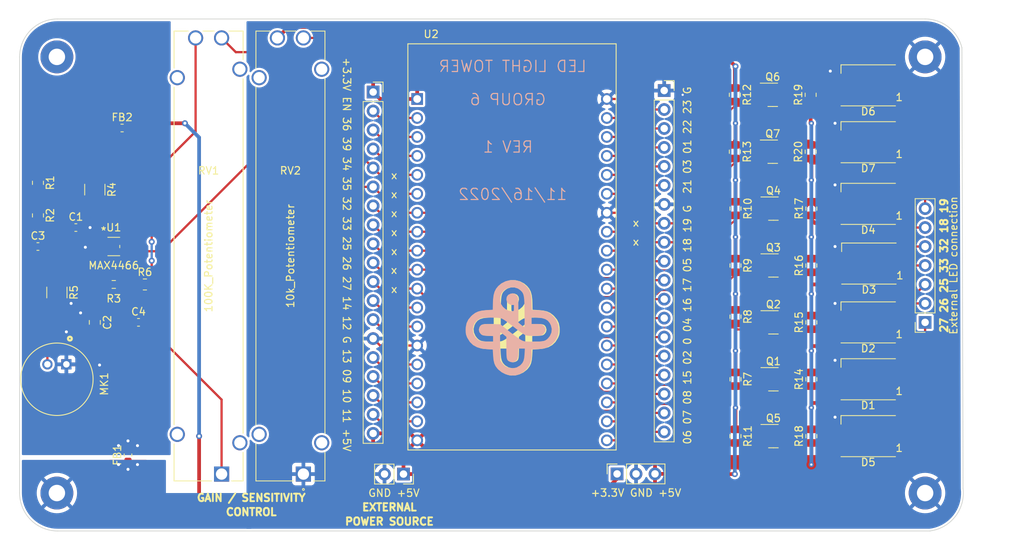
<source format=kicad_pcb>
(kicad_pcb (version 20211014) (generator pcbnew)
  (title_block (title "LED Dance Tower PCB") (date "2022-11-16") (rev "7") (company "Group 6") (comment 1 "Completed"))
  (layers (0 "F.Cu" signal) (31 "B.Cu" signal) (34 "B.Paste" user) (35 "F.Paste" user) (36 "B.SilkS" user "B.Silkscreen") (37 "F.SilkS" user "F.Silkscreen") (38 "B.Mask" user) (39 "F.Mask" user) (44 "Edge.Cuts" user))
  (net 0 "")
  (net 1 "+5V")
  (net 2 "GND")
  (net 3 "+3.3V")
  (net 4 "GNDA")
  (net 5 "Net-(J5-Pad2)")
  (net 6 "Net-(C1-Pad1)")
  (net 7 "Net-(Q1-Pad3)")
  (net 8 "Net-(J5-Pad3)")
  (net 9 "Net-(C2-Pad2)")
  (net 10 "Net-(Q2-Pad3)")
  (net 11 "Net-(J5-Pad4)")
  (net 12 "Net-(C3-Pad1)")
  (net 13 "Net-(C3-Pad2)")
  (net 14 "Net-(C4-Pad1)")
  (net 15 "Net-(C4-Pad2)")
  (net 16 "Net-(Q3-Pad3)")
  (net 17 "Net-(J5-Pad5)")
  (net 18 "+3.3VA")
  (net 19 "Net-(J3-Pad2)")
  (net 20 "Net-(J3-Pad3)")
  (net 21 "Net-(J3-Pad4)")
  (net 22 "Net-(Q4-Pad3)")
  (net 23 "Net-(J3-Pad7)")
  (net 24 "Net-(J3-Pad8)")
  (net 25 "Net-(J4-Pad2)")
  (net 26 "Net-(J4-Pad3)")
  (net 27 "Net-(J4-Pad4)")
  (net 28 "Net-(J4-Pad5)")
  (net 29 "Net-(J4-Pad6)")
  (net 30 "Net-(J5-Pad1)")
  (net 31 "Net-(Q5-Pad3)")
  (net 32 "Net-(J5-Pad7)")
  (net 33 "Net-(J3-Pad5)")
  (net 34 "Net-(Q6-Pad3)")
  (net 35 "Net-(J5-Pad6)")
  (net 36 "Net-(Q7-Pad3)")
  (net 37 "Net-(J3-Pad9)")
  (net 38 "Net-(J3-Pad10)")
  (net 39 "Net-(J3-Pad11)")
  (net 40 "Net-(J3-Pad12)")
  (net 41 "Net-(J3-Pad13)")
  (net 42 "Net-(J3-Pad15)")
  (net 43 "Net-(J3-Pad16)")
  (net 44 "Net-(J3-Pad17)")
  (net 45 "Net-(J3-Pad18)")
  (net 46 "Net-(J4-Pad8)")
  (net 47 "Net-(J4-Pad9)")
  (net 48 "Net-(J4-Pad10)")
  (net 49 "Net-(J4-Pad11)")
  (net 50 "Net-(J4-Pad12)")
  (net 51 "Net-(J4-Pad13)")
  (net 52 "Net-(J4-Pad14)")
  (net 53 "Net-(J4-Pad15)")
  (net 54 "Net-(J4-Pad16)")
  (net 55 "Net-(J4-Pad17)")
  (net 56 "Net-(J4-Pad18)")
  (net 57 "Net-(J4-Pad19)")
  (net 58 "Net-(R6-Pad2)")
  (footprint "Package_TO_SOT_SMD:SOT-23" (layer "F.Cu") (at 137.16 64.135)
    (fp_text reference "Q2")
    (fp_text value "BSS138")
  )
  (footprint "LED_SMD:LED_WS2812B_PLCC4_5.0x5.0mm_P3.2mm" (layer "F.Cu") (at 149.86 40.005 180)
    (fp_text reference "D7")
    (fp_text value "WS2812B")
  )
  (footprint "Resistor_SMD:R_0805_2012Metric" (layer "F.Cu") (at 132.08 79.375 -90)
    (fp_text reference "R11")
    (fp_text value "10K")
  )
  (footprint "Connector_PinSocket_2.54mm:PinSocket_1x19_P2.54mm_Vertical" (layer "F.Cu") (at 122.532 33.085)
    (fp_text reference "06 07 08 15 02 0 04 16 17 05 18 19 G  21 03 01 22 23 G")
    (fp_text value "Conn_01x19_Female")
  )
  (footprint "Inductor_SMD:L_0603_1608Metric" (layer "F.Cu") (at 49.9225 38.1)
    (fp_text reference "FB2")
    (fp_text value "FerriteBead")
  )
  (footprint "LED_SMD:LED_WS2812B_PLCC4_5.0x5.0mm_P3.2mm" (layer "F.Cu") (at 149.86 71.755 180)
    (fp_text reference "D1")
    (fp_text value "WS2812B")
  )
  (footprint "Resistor_SMD:R_1210_3225Metric" (layer "F.Cu") (at 46.265 46.355 -90)
    (fp_text reference "R4")
    (fp_text value "1M")
  )
  (footprint "Package_TO_SOT_SMD:SOT-23" (layer "F.Cu") (at 137.07 41.275)
    (fp_text reference "Q7")
    (fp_text value "BSS138")
  )
  (footprint "Connector_PinSocket_2.54mm:PinSocket_1x02_P2.54mm_Vertical" (layer "F.Cu") (at 87.61 84.455 -90)
    (fp_text reference "GND +5V")
    (fp_text value "Conn_01x02_Female")
  )
  (footprint "Resistor_SMD:R_0805_2012Metric" (layer "F.Cu") (at 131.99 41.275 -90)
    (fp_text reference "R13")
    (fp_text value "10K")
  )
  (footprint "LED_SMD:LED_WS2812B_PLCC4_5.0x5.0mm_P3.2mm" (layer "F.Cu") (at 149.86 64.135 180)
    (fp_text reference "D2")
    (fp_text value "WS2812B")
  )
  (footprint "Resistor_SMD:R_0805_2012Metric" (layer "F.Cu") (at 132.08 71.755 -90)
    (fp_text reference "R7")
    (fp_text value "10K")
  )
  (footprint "Package_TO_SOT_SMD:SOT-23" (layer "F.Cu") (at 137.16 56.515)
    (fp_text reference "Q3")
    (fp_text value "BSS138")
  )
  (footprint "Resistor_SMD:R_0805_2012Metric" (layer "F.Cu") (at 142.24 56.515 90)
    (fp_text reference "R16")
    (fp_text value "10K")
  )
  (footprint "Connector_PinSocket_2.54mm:PinSocket_1x07_P2.54mm_Vertical" (layer "F.Cu") (at 157.48 64.135 180)
    (fp_text reference "External LED connection")
    (fp_text value "Conn_01x07_Female")
  )
  (footprint "Inductor_SMD:L_0603_1608Metric" (layer "F.Cu") (at 50.71 81.915 90)
    (fp_text reference "FB1")
    (fp_text value "FerriteBead")
  )
  (footprint "LED_SMD:LED_WS2812B_PLCC4_5.0x5.0mm_P3.2mm" (layer "F.Cu") (at 149.86 79.375 180)
    (fp_text reference "D5")
    (fp_text value "WS2812B")
  )
  (footprint "Resistor_SMD:R_0805_2012Metric" (layer "F.Cu") (at 142.15 33.655 90)
    (fp_text reference "R19")
    (fp_text value "10K")
  )
  (footprint "Downloads:MAX4466EXK&plus_T" (layer "F.Cu") (at 48.805 53.975)
    (fp_text reference "U1")
    (fp_text value "MAX4466")
  )
  (footprint "Resistor_SMD:R_0805_2012Metric" (layer "F.Cu") (at 132.08 48.895 -90)
    (fp_text reference "R10")
    (fp_text value "10K")
  )
  (footprint "Downloads:MIC_CMA-4544PF-W" (layer "F.Cu") (at 41.185 71.755 90)
    (fp_text reference "MK1")
    (fp_text value "Microphone_Condenser")
  )
  (footprint "Resistor_SMD:R_0805_2012Metric" (layer "F.Cu") (at 38.645 45.4425 -90)
    (fp_text reference "R1")
    (fp_text value "1K")
  )
  (footprint "LED_SMD:LED_WS2812B_PLCC4_5.0x5.0mm_P3.2mm" (layer "F.Cu") (at 149.95 56.26 180)
    (fp_text reference "D3")
    (fp_text value "WS2812B")
  )
  (footprint "Resistor_SMD:R_0805_2012Metric" (layer "F.Cu") (at 142.24 79.375 90)
    (fp_text reference "R18")
    (fp_text value "10K")
  )
  (footprint "Resistor_SMD:R_0805_2012Metric" (layer "F.Cu") (at 142.24 71.755 90)
    (fp_text reference "R14")
    (fp_text value "10K")
  )
  (footprint "Resistor_SMD:R_0805_2012Metric" (layer "F.Cu") (at 132.08 63.3725 -90)
    (fp_text reference "R8")
    (fp_text value "10K")
  )
  (footprint "Resistor_SMD:R_0805_2012Metric" (layer "F.Cu") (at 142.24 64.135 90)
    (fp_text reference "R15")
    (fp_text value "10K")
  )
  (footprint "Package_TO_SOT_SMD:SOT-23" (layer "F.Cu") (at 137.16 48.895)
    (fp_text reference "Q4")
    (fp_text value "BSS138")
  )
  (footprint "Capacitor_SMD:C_0805_2012Metric" (layer "F.Cu") (at 46.265 64.135 -90)
    (fp_text reference "C2")
    (fp_text value "10uF")
  )
  (footprint "Downloads:PTA4543-2015DPA103" (layer "F.Cu") (at 63.2449 84.455 180)
    (fp_text reference "RV1")
    (fp_text value "100K_Potentiometer")
  )
  (footprint "LOGO" (layer "F.Cu") (at 102.235 64.77)
    (fp_text reference "G***" hide)
    (fp_text value "LOGO" hide)
  )
  (footprint "LED_SMD:LED_WS2812B_PLCC4_5.0x5.0mm_P3.2mm" (layer "F.Cu") (at 149.86 32.385 180)
    (fp_text reference "D6")
    (fp_text value "WS2812B")
  )
  (footprint "MountingHole:MountingHole_2.2mm_M2_Pad" (layer "F.Cu") (at 157.48 28.575)
    (fp_text reference "H4" hide)
    (fp_text value "MountingHole_Pad")
  )
  (footprint "Connector_PinSocket_2.54mm:PinSocket_1x19_P2.54mm_Vertical" (layer "F.Cu") (at 83.545 33.285)
    (fp_text reference "+3.3V EN 36 39 34 35 32 33 25 26 27 14 12 G 13 09 10 11 +5V")
    (fp_text value "Conn_01x19_Female")
  )
  (footprint "Package_TO_SOT_SMD:SOT-23" (layer "F.Cu") (at 137.07 33.655)
    (fp_text reference "Q6")
    (fp_text value "BSS138")
  )
  (footprint "Package_TO_SOT_SMD:SOT-23" (layer "F.Cu") (at 137.16 71.755)
    (fp_text reference "Q1")
    (fp_text value "BSS138")
  )
  (footprint "Capacitor_SMD:C_0603_1608Metric" (layer "F.Cu") (at 52.12 64.135)
    (fp_text reference "C4")
    (fp_text value "100pF")
  )
  (footprint "Capacitor_SMD:C_0603_1608Metric" (layer "F.Cu") (at 43.725 51.435)
    (fp_text reference "C1")
    (fp_text value "0.1uF")
  )
  (footprint "MountingHole:MountingHole_2.2mm_M2_Pad" (layer "F.Cu") (at 41.185 86.995)
    (fp_text reference "H2" hide)
    (fp_text value "MountingHole_Pad")
  )
  (footprint "Resistor_SMD:R_0805_2012Metric" (layer "F.Cu") (at 132.08 56.515 -90)
    (fp_text reference "R9")
    (fp_text value "10K")
  )
  (footprint "MountingHole:MountingHole_2.2mm_M2_Pad" (layer "F.Cu") (at 41.185 28.575)
    (fp_text reference "H1" hide)
    (fp_text value "MountingHole_Pad")
  )
  (footprint "Resistor_SMD:R_0805_2012Metric" (layer "F.Cu") (at 142.15 41.275 90)
    (fp_text reference "R20")
    (fp_text value "10K")
  )
  (footprint "Resistor_SMD:R_0805_2012Metric" (layer "F.Cu") (at 52.9725 59.055)
    (fp_text reference "R6")
    (fp_text value "100K")
  )
  (footprint "Downloads:PTA4543-2015DPA103" (layer "F.Cu") (at 74.205 84.455 180)
    (fp_text reference "RV2")
    (fp_text value "10k_Potentiometer")
  )
  (footprint "Package_TO_SOT_SMD:SOT-23" (layer "F.Cu") (at 137.16 79.375)
    (fp_text reference "Q5")
    (fp_text value "BSS138")
  )
  (footprint "Connector_PinSocket_2.54mm:PinSocket_1x03_P2.54mm_Vertical" (layer "F.Cu") (at 116.22 84.43 90)
    (fp_text reference "+3.3V GND +5V")
    (fp_text value "Conn_01x03_Female")
  )
  (footprint "Capacitor_SMD:C_0603_1608Metric" (layer "F.Cu") (at 38.645 53.975)
    (fp_text reference "C3")
    (fp_text value "0.01uF")
  )
  (footprint "MountingHole:MountingHole_2.2mm_M2_Pad" (layer "F.Cu") (at 157.48 86.995)
    (fp_text reference "H3" hide)
    (fp_text value "MountingHole_Pad")
  )
  (footprint "Resistor_SMD:R_0805_2012Metric" (layer "F.Cu") (at 131.99 33.655 -90)
    (fp_text reference "R12")
    (fp_text value "10K")
  )
  (footprint "Resistor_SMD:R_0603_1608Metric" (layer "F.Cu") (at 48.805 59.055)
    (fp_text reference "R3")
    (fp_text value "22K")
  )
  (footprint "LED_SMD:LED_WS2812B_PLCC4_5.0x5.0mm_P3.2mm" (layer "F.Cu") (at 149.86 48.26 180)
    (fp_text reference "D4")
    (fp_text value "WS2812B")
  )
  (footprint "Downloads:MODULE_ESP32-DEVKITC-32D" (layer "F.Cu") (at 102.145 53.975)
    (fp_text reference "U2")
    (fp_text value "ESP32-DEVKITC-32D")
  )
  (footprint "Resistor_SMD:R_0805_2012Metric" (layer "F.Cu") (at 38.645 49.8075 -90)
    (fp_text reference "R2")
    (fp_text value "1K")
  )
  (footprint "Resistor_SMD:R_1210_3225Metric" (layer "F.Cu") (at 41.185 60.1325 -90)
    (fp_text reference "R5")
    (fp_text value "1M")
  )
  (footprint "Resistor_SMD:R_0805_2012Metric" (layer "F.Cu") (at 142.24 48.895 90)
    (fp_text reference "R17")
    (fp_text value "10K")
  )
  (footprint "LOGO" (layer "B.Cu") (at 102.235 64.77 180)
    (fp_text reference "G***" hide)
    (fp_text value "LOGO" hide)
  )
  (gr_arc (start 157.48 23.495) (mid 160.606294 24.570916) (end 162.408324 27.342919) (layer "Edge.Cuts") (width 0.1))
  (gr_line (start 41.275 92.075) (end 158.115 92.074999) (layer "Edge.Cuts") (width 0.1))
  (gr_arc (start 162.559999 86.36) (mid 161.521115 90.138089) (end 158.115 92.074999) (layer "Edge.Cuts") (width 0.1))
  (gr_arc (start 41.275 92.075) (mid 37.682898 90.587102) (end 36.195 86.995) (layer "Edge.Cuts") (width 0.1))
  (gr_line (start 162.559999 86.36) (end 162.408324 27.342919) (layer "Edge.Cuts") (width 0.1))
  (gr_arc (start 36.195 28.575) (mid 37.682898 24.982898) (end 41.275 23.495) (layer "Edge.Cuts") (width 0.1))
  (gr_line (start 157.48 23.495) (end 41.275 23.495) (layer "Edge.Cuts") (width 0.1))
  (gr_line (start 36.195 28.575) (end 36.195 86.995) (layer "Edge.Cuts") (width 0.1))
  (gr_text "REV 1" (at 101.6 40.64) (layer "B.SilkS") (effects (font (size 1.5 1.5)) (justify mirror)))
  (gr_text "11/16/2022" (at 102.235 46.99) (layer "B.SilkS") (effects (font (size 1.5 1.5)) (justify mirror)))
  (gr_text "LED LIGHT TOWER" (at 102.235 29.845) (layer "B.SilkS") (effects (font (size 1.5 1.5)) (justify mirror)))
  (gr_text "GROUP 6" (at 101.6 34.29) (layer "B.SilkS") (effects (font (size 1.5 1.5)) (justify mirror)))
  (gr_text "x" (at 86.36 44.45) (layer "F.SilkS") (effects (font (size 1 1))))
  (gr_text "EXTERNAL" (at 85.725 88.9) (layer "F.SilkS") (effects (font (size 1 1) (thickness 0.25))))
  (gr_text "x" (at 86.36 54.61) (layer "F.SilkS") (effects (font (size 1 1))))
  (gr_text "x" (at 86.36 52.07) (layer "F.SilkS") (effects (font (size 1 1))))
  (gr_text "x" (at 86.36 49.53) (layer "F.SilkS") (effects (font (size 1 1))))
  (gr_text "CONTROL" (at 67.22 89.535) (layer "F.SilkS") (effects (font (size 1 1) (thickness 0.25))))
  (gr_text "27 26 25 33 32 18 19" (at 160.02 56.515 90) (layer "F.SilkS") (effects (font (size 1 1) (thickness 0.25))))
  (gr_text "x" (at 118.745 50.8) (layer "F.SilkS") (effects (font (size 1 1))))
  (gr_text "x" (at 118.745 53.34) (layer "F.SilkS") (effects (font (size 1 1))))
  (gr_text "x" (at 86.36 46.99) (layer "F.SilkS") (effects (font (size 1 1))))
  (gr_text "x" (at 86.36 59.69) (layer "F.SilkS") (effects (font (size 1 1))))
  (gr_text "x" (at 86.343174 57.131705) (layer "F.SilkS") (effects (font (size 1 1))))
  (gr_text "POWER SOURCE" (at 85.725 90.805) (layer "F.SilkS") (effects (font (size 1 1) (thickness 0.25))))
  (gr_text "GAIN / SENSITIVITY" (at 67.22 87.63) (layer "F.SilkS") (effects (font (size 1 1) (thickness 0.25))))
  (segment (start 150.785 82.55) (end 142.24 82.55) (width 0.5) (layer "F.Cu") (net 1))
  (segment (start 142.24 52.705) (end 142.24 50.3575) (width 0.5) (layer "F.Cu") (net 1))
  (segment (start 142.15 37.375) (end 142.24 37.465) (width 0.5) (layer "F.Cu") (net 1))
  (segment (start 142.24 82.55) (end 142.24 80.8375) (width 0.5) (layer "F.Cu") (net 1))
  (segment (start 151.41 50.81) (end 152.31 49.91) (width 0.5) (layer "F.Cu") (net 1))
  (segment (start 142.15 42.7375) (end 151.2275 42.7375) (width 0.5) (layer "F.Cu") (net 1))
  (segment (start 151.2275 42.7375) (end 152.31 41.655) (width 0.5) (layer "F.Cu") (net 1))
  (segment (start 142.24 57.9775) (end 142.24 59.055) (width 0.5) (layer "F.Cu") (net 1))
  (segment (start 142.24 67.945) (end 142.24 67.31) (width 0.5) (layer "F.Cu") (net 1))
  (segment (start 152.4 57.91) (end 151.255 59.055) (width 0.5) (layer "F.Cu") (net 1))
  (segment (start 152.31 73.405) (end 150.785 74.93) (width 0.5) (layer "F.Cu") (net 1))
  (segment (start 150.785 74.93) (end 142.24 74.93) (width 0.5) (layer "F.Cu") (net 1))
  (segment (start 151.255 59.055) (end 142.24 59.055) (width 0.5) (layer "F.Cu") (net 1))
  (segment (start 152.31 65.785) (end 150.785 67.31) (width 0.5) (layer "F.Cu") (net 1))
  (segment (start 142.24 83.185) (end 142.24 82.55) (width 0.5) (layer "F.Cu") (net 1))
  (segment (start 152.31 81.025) (end 150.785 82.55) (width 0.5) (layer "F.Cu") (net 1))
  (segment (start 142.24 74.93) (end 142.24 73.2175) (width 0.5) (layer "F.Cu") (net 1))
  (segment (start 142.6925 50.81) (end 151.41 50.81) (width 0.5) (layer "F.Cu") (net 1))
  (segment (start 142.24 45.085) (end 142.24 42.8275) (width 0.5) (layer "F.Cu") (net 1))
  (segment (start 151.2275 35.1175) (end 152.31 34.035) (width 0.5) (layer "F.Cu") (net 1))
  (segment (start 142.24 67.31) (end 142.24 65.5975) (width 0.5) (layer "F.Cu") (net 1))
  (segment (start 142.24 59.055) (end 142.24 60.325) (width 0.5) (layer "F.Cu") (net 1))
  (segment (start 142.24 50.3575) (end 142.6925 50.81) (width 0.5) (layer "F.Cu") (net 1))
  (segment (start 142.24 75.565) (end 142.24 74.93) (width 0.5) (layer "F.Cu") (net 1))
  (segment (start 142.15 35.1175) (end 142.15 37.375) (width 0.5) (layer "F.Cu") (net 1))
  (segment (start 150.785 67.31) (end 142.24 67.31) (width 0.5) (layer "F.Cu") (net 1))
  (segment (start 142.15 35.1175) (end 151.2275 35.1175) (width 0.5) (layer "F.Cu") (net 1))
  (via (at 142.24 75.565) (size 0.7) (drill 0.3) (layers "F.Cu" "B.Cu") (net 1))
  (via (at 142.24 83.185) (size 0.7) (drill 0.3) (layers "F.Cu" "B.Cu") (net 1))
  (via (at 142.24 52.705) (size 0.7) (drill 0.3) (layers "F.Cu" "B.Cu") (net 1))
  (via (at 142.24 60.325) (size 0.7) (drill 0.3) (layers "F.Cu" "B.Cu") (net 1))
  (via (at 142.24 45.085) (size 0.7) (drill 0.3) (layers "F.Cu" "B.Cu") (net 1))
  (via (at 142.24 67.945) (size 0.7) (drill 0.3) (layers "F.Cu" "B.Cu") (net 1))
  (via (at 142.24 37.465) (size 0.7) (drill 0.3) (layers "F.Cu" "B.Cu") (net 1))
  (segment (start 142.24 60.325) (end 142.24 52.705) (width 0.5) (layer "B.Cu") (net 1))
  (segment (start 142.24 75.565) (end 142.24 83.185) (width 0.5) (layer "B.Cu") (net 1))
  (segment (start 142.24 60.325) (end 142.24 67.945) (width 0.5) (layer "B.Cu") (net 1))
  (segment (start 142.24 37.465) (end 142.24 45.085) (width 0.5) (layer "B.Cu") (net 1))
  (segment (start 142.24 45.085) (end 142.24 52.705) (width 0.5) (layer "B.Cu") (net 1))
  (segment (start 142.24 67.945) (end 142.24 75.565) (width 0.5) (layer "B.Cu") (net 1))
  (segment (start 114.845 49.455) (end 116.825 49.455) (width 0.3) (layer "F.Cu") (net 2))
  (segment (start 84.475 67.235) (end 83.545 66.305) (width 0.3) (layer "F.Cu") (net 2))
  (segment (start 146.305 46.61) (end 145.415 45.72) (width 0.3) (layer "F.Cu") (net 2))
  (segment (start 117.955 33.085) (end 122.532 33.085) (width 0.3) (layer "F.Cu") (net 2))
  (segment (start 147.41 77.725) (end 146.305 77.725) (width 0.3) (layer "F.Cu") (net 2))
  (segment (start 116.825 49.455) (end 117.955 48.325) (width 0.3) (layer "F.Cu") (net 2))
  (segment (start 146.305 70.105) (end 145.415 69.215) (width 0.3) (layer "F.Cu") (net 2))
  (segment (start 116.825 34.215) (end 117.955 33.085) (width 0.3) (layer "F.Cu") (net 2))
  (segment (start 146.305 62.485) (end 145.415 61.595) (width 0.3) (layer "F.Cu") (net 2))
  (segment (start 124.435 33.085) (end 125.005 33.655) (width 0.3) (layer "F.Cu") (net 2))
  (segment (start 147.41 46.61) (end 146.305 46.61) (width 0.3) (layer "F.Cu") (net 2))
  (segment (start 146.305 77.725) (end 145.415 76.835) (width 0.3) (layer "F.Cu") (net 2))
  (segment (start 146.05 54.61) (end 145.415 53.975) (width 0.3) (layer "F.Cu") (net 2))
  (segment (start 147.41 38.355) (end 146.305 38.355) (width 0.3) (layer "F.Cu") (net 2))
  (segment (start 147.41 62.485) (end 146.305 62.485) (width 0.3) (layer "F.Cu") (net 2))
  (segment (start 114.845 34.215) (end 116.825 34.215) (width 0.3) (layer "F.Cu") (net 2))
  (segment (start 122.532 33.085) (end 124.435 33.085) (width 0.3) (layer "F.Cu") (net 2))
  (segment (start 146.305 38.355) (end 145.415 37.465) (width 0.3) (layer "F.Cu") (net 2))
  (segment (start 147.5 54.61) (end 146.05 54.61) (width 0.3) (layer "F.Cu") (net 2))
  (segment (start 147.41 70.105) (end 146.305 70.105) (width 0.3) (layer "F.Cu") (net 2))
  (segment (start 89.445 67.235) (end 84.475 67.235) (width 0.3) (layer "F.Cu") (net 2))
  (segment (start 117.955 48.325) (end 122.532 48.325) (width 0.3) (layer "F.Cu") (net 2))
  (segment (start 147.41 30.735) (end 145.035 30.735) (width 0.3) (layer "F.Cu") (net 2))
  (segment (start 145.035 30.735) (end 144.78 30.48) (width 0.3) (layer "F.Cu") (net 2))
  (via (at 145.415 76.835) (size 0.8) (drill 0.4) (layers "F.Cu" "B.Cu") (net 2))
  (via (at 145.415 53.975) (size 0.8) (drill 0.4) (layers "F.Cu" "B.Cu") (net 2))
  (via (at 125.005 33.655) (size 0.7) (drill 0.3) (layers "F.Cu" "B.Cu") (net 2))
  (via (at 145.415 61.595) (size 0.8) (drill 0.4) (layers "F.Cu" "B.Cu") (net 2))
  (via (at 145.415 69.215) (size 0.8) (drill 0.4) (layers "F.Cu" "B.Cu") (net 2))
  (via (at 145.415 45.72) (size 0.8) (drill 0.4) (layers "F.Cu" "B.Cu") (net 2))
  (via (at 50.71 83.82) (size 0.8) (drill 0.4) (layers "F.Cu" "B.Cu") (net 2))
  (via (at 51.98 83.185) (size 0.8) (drill 0.4) (layers "F.Cu" "B.Cu") (net 2))
  (via (at 144.78 30.48) (size 0.8) (drill 0.4) (layers "F.Cu" "B.Cu") (net 2))
  (via (at 145.415 37.465) (size 0.8) (drill 0.4) (layers "F.Cu" "B.Cu") (net 2))
  (via (at 49.44 83.185) (size 0.8) (drill 0.4) (layers "F.Cu" "B.Cu") (net 2))
  (segment (start 131.99 29.935) (end 132.08 29.845) (width 0.5) (layer "F.Cu") (net 3))
  (segment (start 93.255 26.035) (end 128.27 26.035) (width 0.5) (layer "F.Cu") (net 3))
  (segment (start 132.08 39.7225) (end 131.99 39.8125) (width 0.5) (layer "F.Cu") (net 3))
  (segment (start 51.345 37.465) (end 50.71 38.1) (width 0.5) (layer "F.Cu") (net 3))
  (segment (start 132.08 75.565) (end 132.08 77.9125) (width 0.5) (layer "F.Cu") (net 3))
  (segment (start 132.5925 78.425) (end 132.08 77.9125) (width 0.3) (layer "F.Cu") (net 3))
  (segment (start 132.08 67.945) (end 132.08 70.2925) (width 0.5) (layer "F.Cu") (net 3))
  (segment (start 72.1912 24.569) (end 70.7252 26.035) (width 0.5) (layer "F.Cu") (net 3))
  (segment (start 61.085 88.05) (end 113.245 88.05) (width 0.5) (layer "F.Cu") (net 3))
  (segment (start 84.475 34.215) (end 83.545 33.285) (width 0.5) (layer "F.Cu") (net 3))
  (segment (start 136.2225 78.425) (end 132.5925 78.425) (width 0.3) (layer "F.Cu") (net 3))
  (segment (start 116.22 85.075) (end 116.22 84.43) (width 0.5) (layer "F.Cu") (net 3))
  (segment (start 132.5025 32.705) (end 131.99 32.1925) (width 0.3) (layer "F.Cu") (net 3))
  (segment (start 83.545 33.285) (end 83.545 28.811472) (width 0.5) (layer "F.Cu") (net 3))
  (segment (start 131.99 32.1925) (end 131.99 29.935) (width 0.5) (layer "F.Cu") (net 3))
  (segment (start 60.235 79.375) (end 60.235 87.63) (width 0.5) (layer "F.Cu") (net 3))
  (segment (start 132.08 60.325) (end 132.08 61.91) (width 0.5) (layer "F.Cu") (net 3))
  (segment (start 136.1325 32.705) (end 132.5025 32.705) (width 0.3) (layer "F.Cu") (net 3))
  (segment (start 132.5925 70.805) (end 132.08 70.2925) (width 0.3) (layer "F.Cu") (net 3))
  (segment (start 132.5925 55.565) (end 132.08 55.0525) (width 0.3) (layer "F.Cu") (net 3))
  (segment (start 136.1325 40.325) (end 132.5025 40.325) (width 0.3) (layer "F.Cu") (net 3))
  (segment (start 132.08 45.085) (end 132.08 47.4325) (width 0.5) (layer "F.Cu") (net 3))
  (segment (start 89.445 34.215) (end 84.475 34.215) (width 0.5) (layer "F.Cu") (net 3))
  (segment (start 132.5925 47.945) (end 132.08 47.4325) (width 0.3) (layer "F.Cu") (net 3))
  (segment (start 60.87 88.265) (end 61.085 88.05) (width 0.5) (layer "F.Cu") (net 3))
  (segment (start 133.355 63.185) (end 132.08 61.91) (width 0.3) (layer "F.Cu") (net 3))
  (segment (start 89.445 34.215) (end 89.445 29.845) (width 0.5) (layer "F.Cu") (net 3))
  (segment (start 83.545 28.811472) (end 79.302528 24.569) (width 0.5) (layer "F.Cu") (net 3))
  (segment (start 58.33 37.465) (end 51.345 37.465) (width 0.5) (layer "F.Cu") (net 3))
  (segment (start 123.735 88.265) (end 113.46 88.265) (width 0.5) (layer "F.Cu") (net 3))
  (segment (start 89.445 29.845) (end 93.255 26.035) (width 0.5) (layer "F.Cu") (net 3))
  (segment (start 60.235 87.63) (end 60.87 88.265) (width 0.5) (layer "F.Cu") (net 3))
  (segment (start 132.5025 40.325) (end 131.99 39.8125) (width 0.3) (layer "F.Cu") (net 3))
  (segment (start 127.545 84.455) (end 123.735 88.265) (width 0.5) (layer "F.Cu") (net 3))
  (segment (start 136.2225 63.185) (end 133.355 63.185) (width 0.3) (layer "F.Cu") (net 3))
  (segment (start 136.2225 55.565) (end 132.5925 55.565) (width 0.3) (layer "F.Cu") (net 3))
  (segment (start 79.302528 24.569) (end 72.1912 24.569) (width 0.5) (layer "F.Cu") (net 3))
  (segment (start 136.2225 47.945) (end 132.5925 47.945) (width 0.3) (layer "F.Cu") (net 3))
  (segment (start 131.99 84.455) (end 127.545 84.455) (width 0.5) (layer "F.Cu") (net 3))
  (segment (start 132.08 37.465) (end 132.08 39.7225) (width 0.5) (layer "F.Cu") (net 3))
  (segment (start 128.27 26.035) (end 132.08 29.845) (width 0.5) (layer "F.Cu") (net 3))
  (segment (start 113.245 88.05) (end 116.22 85.075) (width 0.5) (layer "F.Cu") (net 3))
  (segment (start 113.46 88.265) (end 113.245 88.05) (width 0.5) (layer "F.Cu") (net 3))
  (segment (start 136.2225 70.805) (end 132.5925 70.805) (width 0.3) (layer "F.Cu") (net 3))
  (segment (start 132.08 52.705) (end 132.08 55.0525) (width 0.5) (layer "F.Cu") (net 3))
  (via (at 132.08 75.565) (size 0.7) (drill 0.3) (layers "F.Cu" "B.Cu") (net 3))
  (via (at 132.08 37.465) (size 0.7) (drill 0.3) (layers "F.Cu" "B.Cu") (net 3))
  (via (at 132.08 45.085) (size 0.7) (drill 0.3) (layers "F.Cu" "B.Cu") (net 3))
  (via (at 132.08 52.705) (size 0.7) (drill 0.3) (layers "F.Cu" "B.Cu") (net 3))
  (via (at 132.08 29.845) (size 0.8) (drill 0.4) (layers "F.Cu" "B.Cu") (net 3))
  (via (at 58.33 37.465) (size 0.8) (drill 0.4) (layers "F.Cu" "B.Cu") (net 3))
  (via (at 131.99 84.455) (size 0.8) (drill 0.4) (layers "F.Cu" "B.Cu") (net 3))
  (via (at 132.08 60.325) (size 0.7) (drill 0.3) (layers "F.Cu" "B.Cu") (net 3))
  (via (at 60.235 79.375) (size 0.8) (drill 0.4) (layers "F.Cu" "B.Cu") (net 3))
  (via (at 132.08 67.945) (size 0.7) (drill 0.3) (layers "F.Cu" "B.Cu") (net 3))
  (segment (start 132.08 67.945) (end 132.08 60.325) (width 0.5) (layer "B.Cu") (net 3))
  (segment (start 131.99 84.455) (end 131.99 75.655) (width 0.5) (layer "B.Cu") (net 3))
  (segment (start 132.08 60.325) (end 132.08 52.705) (width 0.5) (layer "B.Cu") (net 3))
  (segment (start 60.235 39.37) (end 58.33 37.465) (width 0.5) (layer "B.Cu") (net 3))
  (segment (start 132.08 29.845) (end 132.08 37.465) (width 0.5) (layer "B.Cu") (net 3))
  (segment (start 60.235 79.375) (end 60.235 39.37) (width 0.5) (layer "B.Cu") (net 3))
  (segment (start 131.99 75.655) (end 132.08 75.565) (width 0.5) (layer "B.Cu") (net 3))
  (segment (start 132.08 75.565) (end 132.08 67.945) (width 0.5) (layer "B.Cu") (net 3))
  (segment (start 132.08 45.085) (end 132.08 37.465) (width 0.5) (layer "B.Cu") (net 3))
  (segment (start 132.08 52.705) (end 132.08 45.085) (width 0.5) (layer "B.Cu") (net 3))
  (segment (start 45.945 62.865) (end 44.36 62.865) (width 0.3) (layer "F.Cu") (net 4))
  (segment (start 47.69375 53.975) (end 44.995 53.975) (width 0.3) (layer "F.Cu") (net 4))
  (segment (start 46.805 69.755) (end 46.9 69.85) (width 0.5) (layer "F.Cu") (net 4))
  (segment (start 42.455 69.755) (end 46.805 69.755) (width 0.5) (layer "F.Cu") (net 4))
  (segment (start 44.5 51.435) (end 45.63 51.435) (width 0.3) (layer "F.Cu") (net 4))
  (segment (start 44.995 53.975) (end 44.995 54.074501) (width 0.3) (layer "F.Cu") (net 4))
  (segment (start 46.265 63.185) (end 45.945 62.865) (width 0.3) (layer "F.Cu") (net 4))
  (segment (start 42.455 69.755) (end 42.455 65.405) (width 0.3) (layer "F.Cu") (net 4))
  (segment (start 41.185 61.595) (end 43.09 61.595) (width 0.3) (layer "F.Cu") (net 4))
  (via (at 51.98 80.645) (size 0.8) (drill 0.4) (layers "F.Cu" "B.Cu") (net 4))
  (via (at 50.71 80.01) (size 0.8) (drill 0.4) (layers "F.Cu" "B.Cu") (net 4))
  (via (at 44.995 54.074501) (size 0.8) (drill 0.4) (layers "F.Cu" "B.Cu") (net 4))
  (via (at 49.44 80.645) (size 0.8) (drill 0.4) (layers "F.Cu" "B.Cu") (net 4))
  (via (at 43.09 61.595) (size 0.8) (drill 0.4) (layers "F.Cu" "B.Cu") (net 4))
  (via (at 44.36 62.865) (size 0.8) (drill 0.4) (layers "F.Cu" "B.Cu") (net 4))
  (via (at 46.9 69.85) (size 0.8) (drill 0.4) (layers "F.Cu" "B.Cu") (net 4))
  (via (at 45.63 51.435) (size 0.8) (drill 0.4) (layers "F.Cu" "B.Cu") (net 4))
  (via (at 42.455 65.405) (size 0.8) (drill 0.4) (layers "F.Cu" "B.Cu") (net 4))
  (segment (start 154.94 68.58) (end 153.415 70.105) (width 0.3) (layer "F.Cu") (net 5))
  (segment (start 153.415 70.105) (end 152.31 70.105) (width 0.3) (layer "F.Cu") (net 5))
  (segment (start 154.94 61.595) (end 154.94 68.58) (width 0.3) (layer "F.Cu") (net 5))
  (segment (start 157.48 61.595) (end 154.94 61.595) (width 0.3) (layer "F.Cu") (net 5))
  (segment (start 40.41 48.895) (end 38.645 48.895) (width 0.3) (layer "F.Cu") (net 6))
  (segment (start 42.95 51.435) (end 40.41 48.895) (width 0.3) (layer "F.Cu") (net 6))
  (segment (start 38.645 46.355) (end 38.645 48.895) (width 0.5) (layer "F.Cu") (net 6))
  (segment (start 142.24 70.2925) (end 145.3525 73.405) (width 0.3) (layer "F.Cu") (net 7))
  (segment (start 140.7775 71.755) (end 142.24 70.2925) (width 0.3) (layer "F.Cu") (net 7))
  (segment (start 138.0975 71.755) (end 140.7775 71.755) (width 0.3) (layer "F.Cu") (net 7))
  (segment (start 145.3525 73.405) (end 147.41 73.405) (width 0.3) (layer "F.Cu") (net 7))
  (segment (start 156.21 60.325) (end 154.305 60.325) (width 0.3) (layer "F.Cu") (net 8))
  (segment (start 154.305 60.325) (end 152.31 62.32) (width 0.3) (layer "F.Cu") (net 8))
  (segment (start 152.31 62.32) (end 152.31 62.485) (width 0.3) (layer "F.Cu") (net 8))
  (segment (start 157.48 59.055) (end 156.21 60.325) (width 0.3) (layer "F.Cu") (net 8))
  (segment (start 48.295 59.055) (end 48.295 64.645) (width 0.3) (layer "F.Cu") (net 9))
  (segment (start 47.535 65.405) (end 46.585 65.405) (width 0.3) (layer "F.Cu") (net 9))
  (segment (start 48.295 64.645) (end 47.535 65.405) (width 0.3) (layer "F.Cu") (net 9))
  (segment (start 46.585 65.405) (end 46.265 65.085) (width 0.3) (layer "F.Cu") (net 9))
  (segment (start 140.7775 64.135) (end 142.24 62.6725) (width 0.3) (layer "F.Cu") (net 10))
  (segment (start 138.0975 64.135) (end 140.7775 64.135) (width 0.3) (layer "F.Cu") (net 10))
  (segment (start 142.24 62.6725) (end 145.3525 65.785) (width 0.3) (layer "F.Cu") (net 10))
  (segment (start 145.3525 65.785) (end 147.41 65.785) (width 0.3) (layer "F.Cu") (net 10))
  (segment (start 157.48 56.515) (end 155.575 56.515) (width 0.3) (layer "F.Cu") (net 11))
  (segment (start 153.67 54.61) (end 152.4 54.61) (width 0.3) (layer "F.Cu") (net 11))
  (segment (start 155.575 56.515) (end 153.67 54.61) (width 0.3) (layer "F.Cu") (net 11))
  (segment (start 38.01 64.77) (end 38.01 54.13) (width 0.3) (layer "F.Cu") (net 12))
  (segment (start 38.01 53.82) (end 38.165 53.975) (width 0.3) (layer "F.Cu") (net 12))
  (segment (start 39.915 69.755) (end 39.915 66.675) (width 0.3) (layer "F.Cu") (net 12))
  (segment (start 38.01 52.705) (end 38.01 53.82) (width 0.3) (layer "F.Cu") (net 12))
  (segment (start 39.915 66.675) (end 38.01 64.77) (width 0.3) (layer "F.Cu") (net 12))
  (segment (start 38.645 50.72) (end 38.645 52.07) (width 0.3) (layer "F.Cu") (net 12))
  (segment (start 38.01 54.13) (end 38.165 53.975) (width 0.3) (layer "F.Cu") (net 12))
  (segment (start 38.645 52.07) (end 38.01 52.705) (width 0.3) (layer "F.Cu") (net 12))
  (segment (start 47.535 49.0875) (end 47.535 53.34) (width 0.3) (layer "F.Cu") (net 13))
  (segment (start 47.69375 53.325001) (end 43.739999 53.325001) (width 0.3) (layer "F.Cu") (net 13))
  (segment (start 43.739999 53.325001) (end 41.1075 55.9575) (width 0.3) (layer "F.Cu") (net 13))
  (segment (start 39.125 53.975) (end 41.1075 55.9575) (width 0.3) (layer "F.Cu") (net 13))
  (segment (start 41.185 56.035) (end 41.185 58.67) (width 0.3) (layer "F.Cu") (net 13))
  (segment (start 46.265 47.8175) (end 47.535 49.0875) (width 0.3) (layer "F.Cu") (net 13))
  (segment (start 41.1075 55.9575) (end 41.185 56.035) (width 0.3) (layer "F.Cu") (net 13))
  (segment (start 49.315 59.055) (end 52.06 59.055) (width 0.3) (layer "F.Cu") (net 14))
  (segment (start 52.06 61.515) (end 50.71 62.865) (width 0.3) (layer "F.Cu") (net 14))
  (segment (start 49.315 57.025) (end 49.315 59.055) (width 0.3) (layer "F.Cu") (net 14))
  (segment (start 52.06 59.055) (end 52.06 61.515) (width 0.3) (layer "F.Cu") (net 14))
  (segment (start 50.71 62.865) (end 50.71 63.5) (width 0.3) (layer "F.Cu") (net 14))
  (segment (start 47.69375 55.40375) (end 49.315 57.025) (width 0.3) (layer "F.Cu") (net 14))
  (segment (start 50.71 63.5) (end 51.345 64.135) (width 0.3) (layer "F.Cu") (net 14))
  (segment (start 47.69375 54.624999) (end 47.69375 55.40375) (width 0.3) (layer "F.Cu") (net 14))
  (segment (start 83.545 45.985) (end 81.455 45.985) (width 0.3) (layer "F.Cu") (net 15))
  (segment (start 89.445 46.915) (end 84.475 46.915) (width 0.3) (layer "F.Cu") (net 15))
  (segment (start 52.895 64.135) (end 63.2449 74.4849) (width 0.3) (layer "F.Cu") (net 15))
  (segment (start 72.3 37.465) (end 72.3 36.83) (width 0.3) (layer "F.Cu") (net 15))
  (segment (start 71.03 27.94) (end 65.1499 27.94) (width 0.3) (layer "F.Cu") (net 15))
  (segment (start 63.2449 74.4849) (end 63.2449 84.455) (width 0.3) (layer "F.Cu") (net 15))
  (segment (start 55.155 54.61) (end 49.44 54.61) (width 0.3) (layer "F.Cu") (net 15))
  (segment (start 72.3 36.83) (end 72.3 29.21) (width 0.3) (layer "F.Cu") (net 15))
  (segment (start 65.1499 27.94) (end 63.2449 26.035) (width 0.3) (layer "F.Cu") (net 15))
  (segment (start 72.3 29.21) (end 71.03 27.94) (width 0.3) (layer "F.Cu") (net 15))
  (segment (start 81.455 45.985) (end 72.3 36.83) (width 0.3) (layer "F.Cu") (net 15))
  (segment (start 84.475 46.915) (end 83.545 45.985) (width 0.3) (layer "F.Cu") (net 15))
  (segment (start 52.895 64.135) (end 55.155 61.875) (width 0.3) (layer "F.Cu") (net 15))
  (segment (start 55.155 61.875) (end 55.155 54.61) (width 0.3) (layer "F.Cu") (net 15))
  (segment (start 55.155 54.61) (end 72.3 37.465) (width 0.3) (layer "F.Cu") (net 15))
  (segment (start 142.24 55.0525) (end 145.0975 57.91) (width 0.3) (layer "F.Cu") (net 16))
  (segment (start 140.7775 56.515) (end 142.24 55.0525) (width 0.3) (layer "F.Cu") (net 16))
  (segment (start 145.0975 57.91) (end 147.5 57.91) (width 0.3) (layer "F.Cu") (net 16))
  (segment (start 138.0975 56.515) (end 140.7775 56.515) (width 0.3) (layer "F.Cu") (net 16))
  (segment (start 154.94 53.975) (end 157.48 53.975) (width 0.3) (layer "F.Cu") (net 17))
  (segment (start 154.56 46.61) (end 152.31 46.61) (width 0.3) (layer "F.Cu") (net 17))
  (segment (start 154.94 46.99) (end 154.56 46.61) (width 0.3) (layer "F.Cu") (net 17))
  (segment (start 154.94 46.99) (end 154.94 53.975) (width 0.3) (layer "F.Cu") (net 17))
  (segment (start 46.265 44.8925) (end 43.5325 44.8925) (width 0.5) (layer "F.Cu") (net 18))
  (segment (start 49.91625 53.325001) (end 49.91625 46.19625) (width 0.5) (layer "F.Cu") (net 18))
  (segment (start 38.725 44.45) (end 38.645 44.53) (width 0.5) (layer "F.Cu") (net 18))
  (segment (start 49.135 42.0225) (end 47.43875 43.71875) (width 0.5) (layer "F.Cu") (net 18))
  (segment (start 43.5325 44.8925) (end 43.09 44.45) (width 0.5) (layer "F.Cu") (net 18))
  (segment (start 49.91625 46.19625) (end 47.43875 43.71875) (width 0.5) (layer "F.Cu") (net 18))
  (segment (start 47.43875 43.71875) (end 46.265 44.8925) (width 0.5) (layer "F.Cu") (net 18))
  (segment (start 49.135 38.1) (end 49.135 42.0225) (width 0.5) (layer "F.Cu") (net 18))
  (segment (start 43.09 44.45) (end 38.725 44.45) (width 0.5) (layer "F.Cu") (net 18))
  (segment (start 89.445 36.755) (end 84.475 36.755) (width 0.3) (layer "F.Cu") (net 19))
  (segment (start 84.475 36.755) (end 83.545 35.825) (width 0.3) (layer "F.Cu") (net 19))
  (segment (start 89.445 39.295) (end 84.475 39.295) (width 0.3) (layer "F.Cu") (net 20))
  (segment (start 84.475 39.295) (end 83.545 38.365) (width 0.3) (layer "F.Cu") (net 20))
  (segment (start 89.445 41.835) (end 84.475 41.835) (width 0.3) (layer "F.Cu") (net 21))
  (segment (start 84.475 41.835) (end 83.545 40.905) (width 0.3) (layer "F.Cu") (net 21))
  (segment (start 147.41 49.91) (end 144.1675 49.91) (width 0.3) (layer "F.Cu") (net 22))
  (segment (start 144.1675 49.91) (end 142.24 47.9825) (width 0.3) (layer "F.Cu") (net 22))
  (segment (start 141.3275 48.895) (end 142.24 47.9825) (width 0.3) (layer "F.Cu") (net 22))
  (segment (start 138.0975 48.895) (end 141.3275 48.895) (width 0.3) (layer "F.Cu") (net 22))
  (segment (start 136.2225 49.845) (end 132.5925 49.845) (width 0.3) (layer "F.Cu") (net 23))
  (segment (start 105.245 49.455) (end 113.995 58.205) (width 0.3) (layer "F.Cu") (net 23))
  (segment (start 89.445 49.455) (end 105.245 49.455) (width 0.3) (layer "F.Cu") (net 23))
  (segment (start 89.445 49.455) (end 84.475 49.455) (width 0.3) (layer "F.Cu") (net 23))
  (segment (start 132.5925 49.845) (end 132.08 50.3575) (width 0.3) (layer "F.Cu") (net 23))
  (segment (start 84.475 49.455) (end 83.545 48.525) (width 0.3) (layer "F.Cu") (net 23))
  (segment (start 125.2875 57.15) (end 132.08 50.3575) (width 0.25) (layer "F.Cu") (net 23))
  (segment (start 113.995 58.205) (end 116.965 58.205) (width 0.3) (layer "F.Cu") (net 23))
  (segment (start 118.02 57.15) (end 125.2875 57.15) (width 0.25) (layer "F.Cu") (net 23))
  (segment (start 116.965 58.205) (end 118.02 57.15) (width 0.3) (layer "F.Cu") (net 23))
  (segment (start 105.245 51.995) (end 113.995 60.745) (width 0.3) (layer "F.Cu") (net 24))
  (segment (start 132.5925 57.465) (end 132.08 57.9775) (width 0.3) (layer "F.Cu") (net 24))
  (segment (start 84.475 51.995) (end 83.545 51.065) (width 0.3) (layer "F.Cu") (net 24))
  (segment (start 89.445 51.995) (end 105.245 51.995) (width 0.3) (layer "F.Cu") (net 24))
  (segment (start 115.313062 60.745) (end 115.733062 60.325) (width 0.3) (layer "F.Cu") (net 24))
  (segment (start 129.95 59.825) (end 131.7975 57.9775) (width 0.25) (layer "F.Cu") (net 24))
  (segment (start 115.733062 60.325) (end 121.534943 60.325) (width 0.3) (layer "F.Cu") (net 24))
  (segment (start 136.2225 57.465) (end 132.5925 57.465) (width 0.3) (layer "F.Cu") (net 24))
  (segment (start 113.995 60.745) (end 115.313062 60.745) (width 0.3) (layer "F.Cu") (net 24))
  (segment (start 131.7975 57.9775) (end 132.08 57.9775) (width 0.25) (layer "F.Cu") (net 24))
  (segment (start 89.445 51.995) (end 84.475 51.995) (width 0.3) (layer "F.Cu") (net 24))
  (segment (start 121.534943 60.325) (end 122.034943 59.825) (width 0.3) (layer "F.Cu") (net 24))
  (segment (start 122.034943 59.825) (end 129.95 59.825) (width 0.25) (layer "F.Cu") (net 24))
  (segment (start 116.825 36.755) (end 117.955 35.625) (width 0.3) (layer "F.Cu") (net 25))
  (segment (start 114.845 36.755) (end 116.825 36.755) (width 0.3) (layer "F.Cu") (net 25))
  (segment (start 117.955 35.625) (end 122.532 35.625) (width 0.3) (layer "F.Cu") (net 25))
  (segment (start 117.955 38.165) (end 122.532 38.165) (width 0.3) (layer "F.Cu") (net 26))
  (segment (start 114.845 39.295) (end 116.825 39.295) (width 0.3) (layer "F.Cu") (net 26))
  (segment (start 116.825 39.295) (end 117.955 38.165) (width 0.3) (layer "F.Cu") (net 26))
  (segment (start 117.955 40.705) (end 122.532 40.705) (width 0.3) (layer "F.Cu") (net 27))
  (segment (start 114.845 41.835) (end 116.825 41.835) (width 0.3) (layer "F.Cu") (net 27))
  (segment (start 116.825 41.835) (end 117.955 40.705) (width 0.3) (layer "F.Cu") (net 27))
  (segment (start 114.845 44.375) (end 116.825 44.375) (width 0.3) (layer "F.Cu") (net 28))
  (segment (start 116.825 44.375) (end 117.955 43.245) (width 0.3) (layer "F.Cu") (net 28))
  (segment (start 117.955 43.245) (end 122.532 43.245) (width 0.3) (layer "F.Cu") (net 28))
  (segment (start 117.955 45.785) (end 122.532 45.785) (width 0.3) (layer "F.Cu") (net 29))
  (segment (start 114.845 46.915) (end 116.825 46.915) (width 0.3) (layer "F.Cu") (net 29))
  (segment (start 116.825 46.915) (end 117.955 45.785) (width 0.3) (layer "F.Cu") (net 29))
  (segment (start 157.48 74.295) (end 157.48 64.135) (width 0.3) (layer "F.Cu") (net 30))
  (segment (start 152.31 77.725) (end 154.05 77.725) (width 0.3) (layer "F.Cu") (net 30))
  (segment (start 154.05 77.725) (end 157.48 74.295) (width 0.3) (layer "F.Cu") (net 30))
  (segment (start 140.7775 79.375) (end 142.24 77.9125) (width 0.3) (layer "F.Cu") (net 31))
  (segment (start 138.0975 79.375) (end 140.7775 79.375) (width 0.3) (layer "F.Cu") (net 31))
  (segment (start 145.3525 81.025) (end 147.41 81.025) (width 0.3) (layer "F.Cu") (net 31))
  (segment (start 142.24 77.9125) (end 145.3525 81.025) (width 0.3) (layer "F.Cu") (net 31))
  (segment (start 156.21 32.385) (end 153.96 32.385) (width 0.3) (layer "F.Cu") (net 32))
  (segment (start 153.96 32.385) (end 152.31 30.735) (width 0.3) (layer "F.Cu") (net 32))
  (segment (start 157.48 33.655) (end 156.21 32.385) (width 0.3) (layer "F.Cu") (net 32))
  (segment (start 157.48 48.895) (end 157.48 33.655) (width 0.3) (layer "F.Cu") (net 32))
  (segment (start 84.475 44.375) (end 83.545 43.445) (width 0.3) (layer "F.Cu") (net 33))
  (segment (start 83.545 43.445) (end 79.92 39.82) (width 0.3) (layer "F.Cu") (net 33))
  (segment (start 79.92 26.035) (end 74.205 26.035) (width 0.3) (layer "F.Cu") (net 33))
  (segment (start 89.445 44.375) (end 84.475 44.375) (width 0.3) (layer "F.Cu") (net 33))
  (segment (start 79.92 39.82) (end 79.92 26.035) (width 0.3) (layer "F.Cu") (net 33))
  (segment (start 142.15 32.1925) (end 139.47 32.1925) (width 0.3) (layer "F.Cu") (net 34))
  (segment (start 143.9925 34.035) (end 147.41 34.035) (width 0.3) (layer "F.Cu") (net 34))
  (segment (start 142.15 32.1925) (end 143.9925 34.035) (width 0.3) (layer "F.Cu") (net 34))
  (segment (start 139.47 32.1925) (end 138.0075 33.655) (width 0.3) (layer "F.Cu") (net 34))
  (segment (start 154.27995 38.355) (end 152.31 38.355) (width 0.3) (layer "F.Cu") (net 35))
  (segment (start 156.21 40.28505) (end 154.27995 38.355) (width 0.3) (layer "F.Cu") (net 35))
  (segment (start 156.21 40.28505) (end 156.21 51.435) (width 0.3) (layer "F.Cu") (net 35))
  (segment (start 156.21 51.435) (end 157.48 51.435) (width 0.3) (layer "F.Cu") (net 35))
  (segment (start 143.9925 41.655) (end 147.41 41.655) (width 0.3) (layer "F.Cu") (net 36))
  (segment (start 139.47 39.8125) (end 138.0075 41.275) (width 0.3) (layer "F.Cu") (net 36))
  (segment (start 142.15 39.8125) (end 139.47 39.8125) (width 0.3) (layer "F.Cu") (net 36))
  (segment (start 142.15 39.8125) (end 143.9925 41.655) (width 0.3) (layer "F.Cu") (net 36))
  (segment (start 117.247894 66.105) (end 118.517894 64.835) (width 0.3) (layer "F.Cu") (net 37))
  (segment (start 132.33 65.085) (end 132.08 64.835) (width 0.3) (layer "F.Cu") (net 37))
  (segment (start 89.445 54.535) (end 98.895 54.535) (width 0.3) (layer "F.Cu") (net 37))
  (segment (start 89.445 54.535) (end 84.475 54.535) (width 0.3) (layer "F.Cu") (net 37))
  (segment (start 110.465 66.105) (end 117.247894 66.105) (width 0.3) (layer "F.Cu") (net 37))
  (segment (start 136.2225 65.085) (end 132.33 65.085) (width 0.3) (layer "F.Cu") (net 37))
  (segment (start 84.475 54.535) (end 83.545 53.605) (width 0.3) (layer "F.Cu") (net 37))
  (segment (start 98.895 54.535) (end 110.465 66.105) (width 0.3) (layer "F.Cu") (net 37))
  (segment (start 118.517894 64.835) (end 132.08 64.835) (width 0.25) (layer "F.Cu") (net 37))
  (segment (start 117.527893 73.445) (end 118.447893 72.525) (width 0.3) (layer "F.Cu") (net 38))
  (segment (start 132.5925 72.705) (end 132.08 73.2175) (width 0.3) (layer "F.Cu") (net 38))
  (segment (start 89.445 57.075) (end 84.475 57.075) (width 0.3) (layer "F.Cu") (net 38))
  (segment (start 131.3875 72.525) (end 132.08 73.2175) (width 0.25) (layer "F.Cu") (net 38))
  (segment (start 114.376938 73.445) (end 117.527893 73.445) (width 0.3) (layer "F.Cu") (net 38))
  (segment (start 89.445 57.075) (end 98.895 57.075) (width 0.3) (layer "F.Cu") (net 38))
  (segment (start 113.575 72.643062) (end 114.376938 73.445) (width 0.3) (layer "F.Cu") (net 38))
  (segment (start 136.2225 72.705) (end 132.5925 72.705) (width 0.3) (layer "F.Cu") (net 38))
  (segment (start 98.895 57.075) (end 113.575 71.755) (width 0.3) (layer "F.Cu") (net 38))
  (segment (start 118.447893 72.525) (end 131.3875 72.525) (width 0.25) (layer "F.Cu") (net 38))
  (segment (start 113.575 71.755) (end 113.575 72.643062) (width 0.3) (layer "F.Cu") (net 38))
  (segment (start 84.475 57.075) (end 83.545 56.145) (width 0.3) (layer "F.Cu") (net 38))
  (segment (start 132.5925 80.325) (end 132.08 80.8375) (width 0.3) (layer "F.Cu") (net 39))
  (segment (start 84.475 59.615) (end 83.545 58.685) (width 0.3) (layer "F.Cu") (net 39))
  (segment (start 136.2225 80.325) (end 132.5925 80.325) (width 0.3) (layer "F.Cu") (net 39))
  (segment (start 117.322106 75.065) (end 125.775 75.065) (width 0.3) (layer "F.Cu") (net 39))
  (segment (start 125.775 75.065) (end 126.3075 75.065) (width 0.25) (layer "F.Cu") (net 39))
  (segment (start 105.815 75.985) (end 116.402106 75.985) (width 0.3) (layer "F.Cu") (net 39))
  (segment (start 89.445 59.615) (end 84.475 59.615) (width 0.3) (layer "F.Cu") (net 39))
  (segment (start 89.445 59.615) (end 105.815 75.985) (width 0.3) (layer "F.Cu") (net 39))
  (segment (start 116.402106 75.985) (end 117.322106 75.065) (width 0.3) (layer "F.Cu") (net 39))
  (segment (start 126.3075 75.065) (end 132.08 80.8375) (width 0.25) (layer "F.Cu") (net 39))
  (segment (start 84.475 62.155) (end 83.545 61.225) (width 0.3) (layer "F.Cu") (net 40))
  (segment (start 89.445 62.155) (end 84.475 62.155) (width 0.3) (layer "F.Cu") (net 40))
  (segment (start 89.445 64.695) (end 84.475 64.695) (width 0.3) (layer "F.Cu") (net 41))
  (segment (start 84.475 64.695) (end 83.545 63.765) (width 0.3) (layer "F.Cu") (net 41))
  (segment (start 89.445 69.775) (end 84.475 69.775) (width 0.3) (layer "F.Cu") (net 42))
  (segment (start 84.475 69.775) (end 83.545 68.845) (width 0.3) (layer "F.Cu") (net 42))
  (segment (start 84.475 72.315) (end 83.545 71.385) (width 0.3) (layer "F.Cu") (net 43))
  (segment (start 89.445 72.315) (end 84.475 72.315) (width 0.3) (layer "F.Cu") (net 43))
  (segment (start 84.475 74.855) (end 83.545 73.925) (width 0.3) (layer "F.Cu") (net 44))
  (segment (start 89.445 74.855) (end 84.475 74.855) (width 0.3) (layer "F.Cu") (net 44))
  (segment (start 89.445 77.395) (end 84.475 77.395) (width 0.3) (layer "F.Cu") (net 45))
  (segment (start 84.475 77.395) (end 83.545 76.465) (width 0.3) (layer "F.Cu") (net 45))
  (segment (start 131.99 35.1175) (end 135.62 35.1175) (width 0.3) (layer "F.Cu") (net 46))
  (segment (start 127.545 39.5625) (end 131.99 35.1175) (width 0.25) (layer "F.Cu") (net 46))
  (segment (start 114.845 51.995) (end 116.825 51.995) (width 0.3) (layer "F.Cu") (net 46))
  (segment (start 116.825 51.995) (end 117.955 50.865) (width 0.3) (layer "F.Cu") (net 46))
  (segment (start 117.955 50.865) (end 122.532 50.865) (width 0.3) (layer "F.Cu") (net 46))
  (segment (start 125.575 50.865) (end 127.545 48.895) (width 0.25) (layer "F.Cu") (net 46))
  (segment (start 127.545 48.895) (end 127.545 39.5625) (width 0.25) (layer "F.Cu") (net 46))
  (segment (start 135.62 35.1175) (end 136.1325 34.605) (width 0.3) (layer "F.Cu") (net 46))
  (segment (start 122.532 50.865) (end 125.575 50.865) (width 0.3) (layer "F.Cu") (net 46))
  (segment (start 116.825 54.535) (end 117.955 53.405) (width 0.3) (layer "F.Cu") (net 47))
  (segment (start 128.815 50.165) (end 128.815 45.9125) (width 0.25) (layer "F.Cu") (net 47))
  (segment (start 132.5025 42.225) (end 131.99 42.7375) (width 0.3) (layer "F.Cu") (net 47))
  (segment (start 114.845 54.535) (end 116.825 54.535) (width 0.3) (layer "F.Cu") (net 47))
  (segment (start 128.815 45.9125) (end 131.99 42.7375) (width 0.25) (layer "F.Cu") (net 47))
  (segment (start 122.532 53.405) (end 125.575 53.405) (width 0.3) (layer "F.Cu") (net 47))
  (segment (start 136.1325 42.225) (end 132.5025 42.225) (width 0.3) (layer "F.Cu") (net 47))
  (segment (start 125.575 53.405) (end 128.815 50.165) (width 0.25) (layer "F.Cu") (net 47))
  (segment (start 117.955 53.405) (end 122.532 53.405) (width 0.3) (layer "F.Cu") (net 47))
  (segment (start 117.955 55.945) (end 122.532 55.945) (width 0.3) (layer "F.Cu") (net 48))
  (segment (start 116.825 57.075) (end 117.955 55.945) (width 0.3) (layer "F.Cu") (net 48))
  (segment (start 114.845 57.075) (end 116.825 57.075) (width 0.3) (layer "F.Cu") (net 48))
  (segment (start 116.825 59.615) (end 117.955 58.485) (width 0.3) (layer "F.Cu") (net 49))
  (segment (start 114.845 59.615) (end 116.825 59.615) (width 0.3) (layer "F.Cu") (net 49))
  (segment (start 117.955 58.485) (end 122.532 58.485) (width 0.3) (layer "F.Cu") (net 49))
  (segment (start 114.845 62.155) (end 116.825 62.155) (width 0.3) (layer "F.Cu") (net 50))
  (segment (start 116.825 62.155) (end 117.955 61.025) (width 0.3) (layer "F.Cu") (net 50))
  (segment (start 117.955 61.025) (end 122.532 61.025) (width 0.3) (layer "F.Cu") (net 50))
  (segment (start 117.955 63.565) (end 122.532 63.565) (width 0.3) (layer "F.Cu") (net 51))
  (segment (start 116.825 64.695) (end 117.955 63.565) (width 0.3) (layer "F.Cu") (net 51))
  (segment (start 114.845 64.695) (end 116.825 64.695) (width 0.3) (layer "F.Cu") (net 51))
  (segment (start 117.955 66.105) (end 122.532 66.105) (width 0.3) (layer "F.Cu") (net 52))
  (segment (start 116.825 67.235) (end 117.955 66.105) (width 0.3) (layer "F.Cu") (net 52))
  (segment (start 114.845 67.235) (end 116.825 67.235) (width 0.3) (layer "F.Cu") (net 52))
  (segment (start 114.845 69.775) (end 116.825 69.775) (width 0.3) (layer "F.Cu") (net 53))
  (segment (start 116.825 69.775) (end 117.955 68.645) (width 0.3) (layer "F.Cu") (net 53))
  (segment (start 117.955 68.645) (end 122.532 68.645) (width 0.3) (layer "F.Cu") (net 53))
  (segment (start 116.825 72.315) (end 117.955 71.185) (width 0.3) (layer "F.Cu") (net 54))
  (segment (start 114.845 72.315) (end 116.825 72.315) (width 0.3) (layer "F.Cu") (net 54))
  (segment (start 117.955 71.185) (end 122.532 71.185) (width 0.3) (layer "F.Cu") (net 54))
  (segment (start 117.955 73.725) (end 122.532 73.725) (width 0.3) (layer "F.Cu") (net 55))
  (segment (start 116.825 74.855) (end 117.955 73.725) (width 0.3) (layer "F.Cu") (net 55))
  (segment (start 114.845 74.855) (end 116.825 74.855) (width 0.3) (layer "F.Cu") (net 55))
  (segment (start 117.955 76.265) (end 122.532 76.265) (width 0.3) (layer "F.Cu") (net 56))
  (segment (start 114.845 77.395) (end 116.825 77.395) (width 0.3) (layer "F.Cu") (net 56))
  (segment (start 116.825 77.395) (end 117.955 76.265) (width 0.3) (layer "F.Cu") (net 56))
  (segment (start 116.825 79.935) (end 117.955 78.805) (width 0.3) (layer "F.Cu") (net 57))
  (segment (start 114.845 79.935) (end 116.825 79.935) (width 0.3) (layer "F.Cu") (net 57))
  (segment (start 117.955 78.805) (end 122.532 78.805) (width 0.3) (layer "F.Cu") (net 57))
  (segment (start 53.885 53.34) (end 53.885 44.45) (width 0.3) (layer "F.Cu") (net 58))
  (segment (start 53.885 59.055) (end 53.885 55.88) (width 0.3) (layer "F.Cu") (net 58))
  (segment (start 59.7651 38.5699) (end 59.7651 26.035) (width 0.3) (layer "F.Cu") (net 58))
  (segment (start 53.885 44.45) (end 59.7651 38.5699) (width 0.3) (layer "F.Cu") (net 58))
  (via (at 53.885 55.88) (size 0.8) (drill 0.4) (layers "F.Cu" "B.Cu") (net 58))
  (via (at 53.885 53.34) (size 0.8) (drill 0.4) (layers "F.Cu" "B.Cu") (net 58))
  (segment (start 53.885 55.88) (end 53.885 53.34) (width 0.3) (layer "B.Cu") (net 58))
  (zone (net 4) (net_name "GNDA") (layer "F.Cu") (connect_pads yes (clearance 0.3)) (min_thickness 0.25) (fill yes (thermal_gap 0.5) (thermal_bridge_width 0.5))
    (polygon (pts (xy 53.25 81.28) (xy 48.17 81.28) (xy 48.17 78.74) (xy 53.25 78.74)))
  )
  (zone (net 1) (net_name "+5V") (layer "F.Cu") (connect_pads (clearance 0.3)) (min_thickness 0.254) (fill yes (thermal_gap 0.508) (thermal_bridge_width 0.508))
    (polygon (pts (xy 90.805 78.74) (xy 90.805 81.915) (xy 144.145 81.915) (xy 144.145 84.455) (xy 131.445 83.82) (xy 125.73 83.82) (xy 123.825 86.36) (xy 120.65 86.36) (xy 120.65 82.55) (xy 114.3 82.55) (xy 114.3 85.09) (xy 86.995 85.09) (xy 86.995 81.28) (xy 82.55 81.28) (xy 82.55 78.105)))
  )
  (zone (net 2) (net_name "GND") (layer "F.Cu") (connect_pads yes (clearance 0.3)) (min_thickness 0.25) (fill yes (thermal_gap 0.5) (thermal_bridge_width 0.5))
    (polygon (pts (xy 53.25 85.09) (xy 48.17 85.09) (xy 48.17 82.55) (xy 53.25 82.55)))
  )
  (zone (net 4) (net_name "GNDA") (layer "B.Cu") (connect_pads (clearance 0.3)) (min_thickness 0.25) (fill yes (thermal_gap 0.508) (thermal_bridge_width 0.508))
    (polygon (pts (xy 56.425 81.915) (xy 33.565 81.915) (xy 33.565 20.955) (xy 56.425 20.955)))
  )
  (zone (net 2) (net_name "GND") (layer "B.Cu") (connect_pads (clearance 0.3)) (min_thickness 0.25) (fill yes (thermal_gap 0.5) (thermal_bridge_width 0.5))
    (polygon (pts (xy 170.725 94.615) (xy 66.585 92.075) (xy 66.585 20.955) (xy 170.725 20.955)))
  )
  (zone (net 2) (net_name "GND") (layer "B.Cu") (connect_pads (clearance 0.3)) (min_thickness 0.25) (fill yes (thermal_gap 0.5) (thermal_bridge_width 0.5))
    (polygon (pts (xy 55.79 86.995) (xy 67.22 86.995) (xy 67.22 92.075) (xy 36.105 92.075) (xy 36.105 82.55) (xy 55.79 82.55)))
  )
)
</source>
